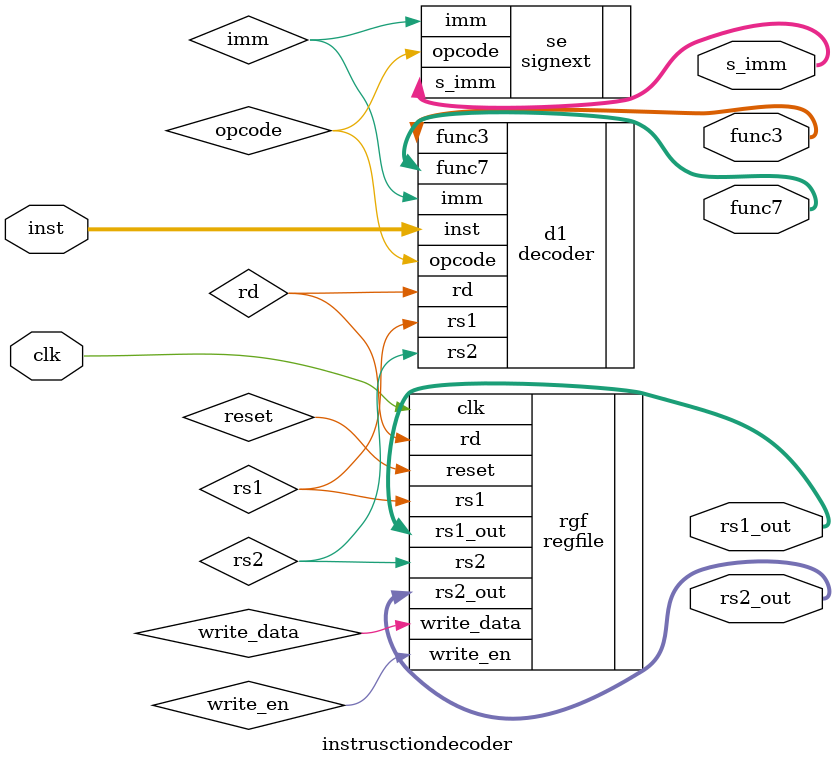
<source format=sv>
module instrusctiondecoder #(parameter N=32)(
	input logic clk,
	input logic [N-1:0]inst,
	output logic [N-1:0]rs1_out,
	output logic [N-1:0]rs2_out,
	output logic [N-1:0]s_imm,
	output logic [2:0]func3,
	output logic [6:0]func7
	);
	
	decoder d1(.inst(inst),.rs1(rs1),.rs2(rs2),.rd(rd),.imm(imm),.func3(func3),.func7(func7),.opcode(opcode));
	regfile rgf(.rs1(rs1),.rs2(rs2),.rd(rd),.write_en(write_en),.write_data(write_data),.clk(clk),.reset(reset),.rs1_out(rs1_out),.rs2_out(rs2_out));
	signext se(.imm(imm),.opcode(opcode),.s_imm(s_imm));
	
endmodule
</source>
